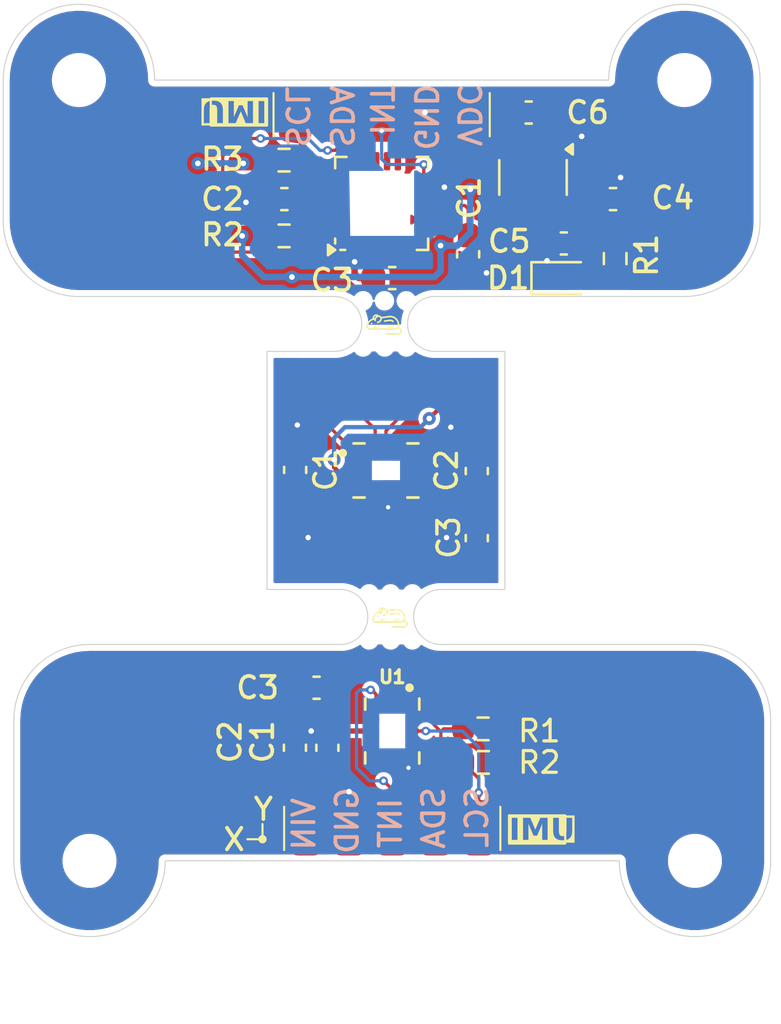
<source format=kicad_pcb>
(kicad_pcb (version 20240108) (generator "pcbnew") (generator_version "8.0")
  (layers (0 "F.Cu" signal) (31 "B.Cu" signal) (34 "B.Paste" user) (35 "F.Paste" user) (36 "B.SilkS" user "B.Silkscreen") (37 "F.SilkS" user "F.Silkscreen") (38 "B.Mask" user) (39 "F.Mask" user) (44 "Edge.Cuts" user))
  (net 0 "")
  (net 1 "+3.3V")
  (net 2 "GND")
  (net 3 "INT1")
  (net 4 "SPI_SCK")
  (net 5 "SPI_MOSI")
  (net 6 "SPI_MISO")
  (net 7 "unconnected-(U1-INT2{slash}FSYNC{slash}CLKIN-Pad9)")
  (net 11 "I2C3_SCL")
  (net 13 "I2C3_SDA")
  (net 16 "I2C3_IMU_INT")
  (net 17 "Net-(U1-REGOUT)")
  (net 18 "Net-(U1-CPOUT)")
  (net 19 "VDC")
  (net 20 "Net-(D1-A)")
  (footprint "ICM-42688-P:PQFN50P300X250X97-14N" (layer "F.Cu") (at 128.88 74.47)
    (property "Reference" "U1" (hide yes))
    (property "Value" "ICM-42688-P")
    (pad "1" smd roundrect (at -1.165 -0.75) (size 0.59 0.35) (layers "F.Cu" "F.Paste") (net 6 "SPI_MISO"))
    (pad "2" smd roundrect (at -1.165 -0.25) (size 0.59 0.35) (layers "F.Cu" "F.Paste"))
    (pad "3" smd roundrect (at -1.165 0.25) (size 0.59 0.35) (layers "F.Cu" "F.Paste"))
    (pad "4" smd roundrect (at -1.165 0.75) (size 0.59 0.35) (layers "F.Cu" "F.Paste") (net 3 "INT1"))
    (pad "5" smd roundrect (at -0.5 0.915) (size 0.35 0.59) (layers "F.Cu" "F.Paste") (net 1 "+3.3V"))
    (pad "6" smd roundrect (at 0 0.915) (size 0.35 0.59) (layers "F.Cu" "F.Paste") (net 2 "GND"))
    (pad "7" smd roundrect (at 0.5 0.915) (size 0.35 0.59) (layers "F.Cu" "F.Paste") (net 2 "GND"))
    (pad "8" smd roundrect (at 1.165 0.75) (size 0.59 0.35) (layers "F.Cu" "F.Paste") (net 1 "+3.3V"))
    (pad "9" smd roundrect (at 1.165 0.25) (size 0.59 0.35) (layers "F.Cu" "F.Paste") (net 7 "unconnected-(U1-INT2{slash}FSYNC{slash}CLKIN-Pad9)"))
    (pad "10" smd roundrect (at 1.165 -0.25) (size 0.59 0.35) (layers "F.Cu" "F.Paste"))
    (pad "11" smd roundrect (at 1.165 -0.75) (size 0.59 0.35) (layers "F.Cu" "F.Paste") (net 2 "GND"))
    (pad "12" smd roundrect (at 0.5 -0.915) (size 0.35 0.59) (layers "F.Cu" "F.Paste") (net 2 "GND"))
    (pad "13" smd roundrect (at 0 -0.915) (size 0.35 0.59) (layers "F.Cu" "F.Paste") (net 4 "SPI_SCK"))
    (pad "14" smd roundrect (at -0.5 -0.915) (size 0.35 0.59) (layers "F.Cu" "F.Paste") (net 5 "SPI_MOSI"))
  )
  (footprint "MountingHole:MountingHole_2.1mm" (layer "F.Cu") (at 143.17 92.51)
    (property "Reference" "REF**" (hide yes))
    (property "Value" "MountingHole_2.1mm" (hide yes))
    (pad "" np_thru_hole circle (at 0 0) (size 2.1 2.1) (drill 2.1) (layers "*.Cu" "*.Mask"))
  )
  (footprint "Capacitor_SMD:C_0603_1608Metric" (layer "F.Cu") (at 135.48 57.93)
    (property "Reference" "C6" (at 2.725 0 360) (layer "F.SilkS") (effects (font (thickness 0.17) (bold yes))))
    (property "Value" "10uF" (hide yes))
    (pad "1" smd roundrect (at -0.775 0) (size 0.9 0.95) (layers "F.Cu" "F.Paste" "F.Mask") (net 19 "VDC"))
    (pad "2" smd roundrect (at 0.775 0) (size 0.9 0.95) (layers "F.Cu" "F.Paste" "F.Mask") (net 2 "GND"))
  )
  (footprint "Resistor_SMD:R_0603_1608Metric_Pad0.98x0.95mm_HandSolder" (layer "F.Cu") (at 124.1675 63.63)
    (property "Reference" "R2" (at -2.85 -0.05 360) (layer "F.SilkS") (effects (font (thickness 0.17) (bold yes))))
    (property "Value" "4.7K" (hide yes))
    (pad "1" smd roundrect (at -0.9125 0) (size 0.975 0.95) (layers "F.Cu" "F.Paste" "F.Mask") (net 1 "+3.3V"))
    (pad "2" smd roundrect (at 0.9125 0) (size 0.975 0.95) (layers "F.Cu" "F.Paste" "F.Mask") (net 13 "I2C3_SDA"))
  )
  (footprint "Capacitor_SMD:C_0603_1608Metric_Pad1.08x0.95mm_HandSolder" (layer "F.Cu") (at 139.38 61.93)
    (property "Reference" "C4" (at 2.7625 -0.05 360) (layer "F.SilkS") (effects (font (thickness 0.17) (bold yes))))
    (property "Value" "100nF" (hide yes))
    (pad "1" smd roundrect (at -0.8625 0) (size 1.075 0.95) (layers "F.Cu" "F.Paste" "F.Mask") (net 1 "+3.3V"))
    (pad "2" smd roundrect (at 0.8625 0) (size 1.075 0.95) (layers "F.Cu" "F.Paste" "F.Mask") (net 2 "GND"))
  )
  (footprint "mouse-bite:mouse-bite-2.54mm-4.66mm" (layer "F.Cu") (at 129.1 81.24)
    (property "Reference" "mouse-bite-2.54mm-4.66mm" (hide yes))
    (property "Value" "VAL**" (hide yes))
    (fp_arc (start -2.33 -1.27) (mid -1.06 0) (end -2.33 1.27) (stroke (width 0.05)) (layer "Edge.Cuts"))
    (fp_arc (start 2.33 1.27) (mid 1.06 0) (end 2.33 -1.27) (stroke (width 0.05)) (layer "Edge.Cuts"))
    (pad "" np_thru_hole circle (at -1 -1.07) (size 0.5 0.5) (drill 0.5) (layers "*.Mask" "F.Cu" "In1.Cu" "In2.Cu" "B.Cu"))
    (pad "" np_thru_hole circle (at -1 1.06) (size 0.5 0.5) (drill 0.5) (layers "*.Mask" "F.Cu" "In1.Cu" "In2.Cu" "B.Cu"))
    (pad "" np_thru_hole circle (at -0.01 -1.07) (size 0.5 0.5) (drill 0.5) (layers "*.Mask" "F.Cu" "In1.Cu" "In2.Cu" "B.Cu"))
    (pad "" np_thru_hole circle (at 0 1.06) (size 0.5 0.5) (drill 0.5) (layers "*.Mask" "F.Cu" "In1.Cu" "In2.Cu" "B.Cu"))
    (pad "" np_thru_hole circle (at 1 -1.07) (size 0.5 0.5) (drill 0.5) (layers "*.Mask" "F.Cu" "In1.Cu" "In2.Cu" "B.Cu"))
    (pad "" np_thru_hole circle (at 1 1.06) (size 0.5 0.5) (drill 0.5) (layers "*.Mask" "F.Cu" "In1.Cu" "In2.Cu" "B.Cu"))
  )
  (footprint "Resistor_SMD:R_0603_1608Metric_Pad0.98x0.95mm_HandSolder" (layer "F.Cu") (at 133.3825 87.96 180)
    (property "Reference" "R2" (at -2.5875 0 0) (layer "F.SilkS"))
    (property "Value" "4.7K" (hide yes))
    (pad "1" smd roundrect (at -0.9125 0 180) (size 0.975 0.95) (layers "F.Cu" "F.Paste" "F.Mask") (net 1 "+3.3V"))
    (pad "2" smd roundrect (at 0.9125 0 180) (size 0.975 0.95) (layers "F.Cu" "F.Paste" "F.Mask") (net 11 "I2C3_SCL"))
  )
  (footprint "connector_Lib:conn_imu" (layer "F.Cu") (at 129.07 91.11)
    (property "Reference" "IMU_Conn1" (hide yes))
    (property "Value" "Conn_01x05" (hide yes))
    (pad "1" smd roundrect (at -3.9 -0.1 90) (size 2.5 1.5) (layers "F.Cu" "F.Paste" "F.Mask") (net 1 "+3.3V"))
    (pad "2" smd roundrect (at -1.9 -0.1 90) (size 2.5 1.5) (layers "F.Cu" "F.Paste" "F.Mask") (net 2 "GND"))
    (pad "3" smd roundrect (at 0.1 -0.1 90) (size 2.5 1.5) (layers "F.Cu" "F.Paste" "F.Mask") (net 16 "I2C3_IMU_INT"))
    (pad "4" smd roundrect (at 2.1 -0.1 90) (size 2.5 1.5) (layers "F.Cu" "F.Paste" "F.Mask") (net 13 "I2C3_SDA"))
    (pad "5" smd roundrect (at 4.1 -0.1 90) (size 2.5 1.5) (layers "F.Cu" "F.Paste" "F.Mask") (net 11 "I2C3_SCL"))
  )
  (footprint "Capacitor_SMD:C_0603_1608Metric_Pad1.08x0.95mm_HandSolder" (layer "F.Cu") (at 124.18 61.93 180)
    (property "Reference" "C2" (at 2.8625 0 360) (layer "F.SilkS") (effects (font (thickness 0.17) (bold yes))))
    (property "Value" "2200pF" (hide yes))
    (pad "1" smd roundrect (at -0.8625 0 180) (size 1.075 0.95) (layers "F.Cu" "F.Paste" "F.Mask") (net 18 "Net-(U1-CPOUT)"))
    (pad "2" smd roundrect (at 0.8625 0 180) (size 1.075 0.95) (layers "F.Cu" "F.Paste" "F.Mask") (net 2 "GND"))
  )
  (footprint "Package_TO_SOT_SMD:SOT-23-5" (layer "F.Cu") (at 135.68 60.93 -90)
    (property "Reference" "U2" (hide yes))
    (property "Value" "~" (hide yes))
    (pad "1" smd roundrect (at -1.1375 -0.95 270) (size 1.325 0.6) (layers "F.Cu" "F.Paste" "F.Mask") (net 19 "VDC"))
    (pad "2" smd roundrect (at -1.1375 0 270) (size 1.325 0.6) (layers "F.Cu" "F.Paste" "F.Mask") (net 2 "GND"))
    (pad "3" smd roundrect (at -1.1375 0.95 270) (size 1.325 0.6) (layers "F.Cu" "F.Paste" "F.Mask") (net 19 "VDC"))
    (pad "4" smd roundrect (at 1.1375 0.95 270) (size 1.325 0.6) (layers "F.Cu" "F.Paste" "F.Mask"))
    (pad "5" smd roundrect (at 1.1375 -0.95 270) (size 1.325 0.6) (layers "F.Cu" "F.Paste" "F.Mask") (net 1 "+3.3V"))
  )
  (footprint "Capacitor_SMD:C_0603_1608Metric" (layer "F.Cu") (at 125.67 84.51 180)
    (property "Reference" "C3" (at 2.725 0 0) (layer "F.SilkS") (effects (font (thickness 0.17) (bold yes))))
    (property "Value" "10nF" (hide yes))
    (pad "1" smd roundrect (at -0.775 0 180) (size 0.9 0.95) (layers "F.Cu" "F.Paste" "F.Mask") (net 1 "+3.3V"))
    (pad "2" smd roundrect (at 0.775 0 180) (size 0.9 0.95) (layers "F.Cu" "F.Paste" "F.Mask") (net 2 "GND"))
  )
  (footprint "Connector:2_cable_pad" (layer "F.Cu") (at 126.98 79.47)
    (property "Reference" "J2" (hide yes))
    (property "Value" "Conn_01x02")
    (pad "1" smd roundrect (at 0.8 -1.2 90) (size 2 1.5) (layers "F.Cu" "F.Paste" "F.Mask") (net 1 "+3.3V"))
    (pad "2" smd roundrect (at 3 -1.2 90) (size 2 1.5) (layers "F.Cu" "F.Paste" "F.Mask") (net 2 "GND"))
  )
  (footprint "ICM_Lib:PQFN50P300X250X97-14N" (layer "F.Cu") (at 129.17 86.51 -90)
    (property "Reference" "U1" (at -2.5 0 0) (layer "F.SilkS") (effects (font (size 0.6 0.6) (thickness 0.15) (bold yes))))
    (property "Value" "ICM-42688-P" (hide yes))
    (pad "1" smd roundrect (at -1.165 -0.75 270) (size 0.59 0.35) (layers "F.Cu" "F.Paste"))
    (pad "2" smd roundrect (at -1.165 -0.25 270) (size 0.59 0.35) (layers "F.Cu" "F.Paste"))
    (pad "3" smd roundrect (at -1.165 0.25 270) (size 0.59 0.35) (layers "F.Cu" "F.Paste"))
    (pad "4" smd roundrect (at -1.165 0.75 270) (size 0.59 0.35) (layers "F.Cu" "F.Paste") (net 16 "I2C3_IMU_INT"))
    (pad "5" smd roundrect (at -0.5 0.915 270) (size 0.35 0.59) (layers "F.Cu" "F.Paste") (net 1 "+3.3V"))
    (pad "6" smd roundrect (at 0 0.915 270) (size 0.35 0.59) (layers "F.Cu" "F.Paste") (net 2 "GND"))
    (pad "7" smd roundrect (at 0.5 0.915 270) (size 0.35 0.59) (layers "F.Cu" "F.Paste"))
    (pad "8" smd roundrect (at 1.165 0.75 270) (size 0.59 0.35) (layers "F.Cu" "F.Paste") (net 1 "+3.3V"))
    (pad "9" smd roundrect (at 1.165 0.25 270) (size 0.59 0.35) (layers "F.Cu" "F.Paste") (net 7 "unconnected-(U1-INT2{slash}FSYNC{slash}CLKIN-Pad9)"))
    (pad "10" smd roundrect (at 1.165 -0.25 270) (size 0.59 0.35) (layers "F.Cu" "F.Paste"))
    (pad "11" smd roundrect (at 1.165 -0.75 270) (size 0.59 0.35) (layers "F.Cu" "F.Paste") (net 2 "GND"))
    (pad "12" smd roundrect (at 0.5 -0.915 270) (size 0.35 0.59) (layers "F.Cu" "F.Paste"))
    (pad "13" smd roundrect (at 0 -0.915 270) (size 0.35 0.59) (layers "F.Cu" "F.Paste") (net 11 "I2C3_SCL"))
    (pad "14" smd roundrect (at -0.5 -0.915 270) (size 0.35 0.59) (layers "F.Cu" "F.Paste") (net 13 "I2C3_SDA"))
  )
  (footprint "Capacitor_SMD:C_0603_1608Metric" (layer "F.Cu") (at 124.68 74.445 -90)
    (property "Reference" "C1" (at 0 -1.4 -90) (layer "F.SilkS") (effects (font (thickness 0.16))))
    (property "Value" "2.2uF")
    (pad "1" smd roundrect (at -0.775 0 270) (size 0.9 0.95) (layers "F.Cu" "F.Paste" "F.Mask") (net 2 "GND"))
    (pad "2" smd roundrect (at 0.775 0 270) (size 0.9 0.95) (layers "F.Cu" "F.Paste" "F.Mask") (net 1 "+3.3V"))
  )
  (footprint "Capacitor_SMD:C_0603_1608Metric" (layer "F.Cu") (at 133.08 77.595 -90)
    (property "Reference" "C3" (at -0.025 1.3 90) (layer "F.SilkS") (effects (font (thickness 0.16))))
    (property "Value" "10nF")
    (pad "1" smd roundrect (at -0.775 0 270) (size 0.9 0.95) (layers "F.Cu" "F.Paste" "F.Mask") (net 1 "+3.3V"))
    (pad "2" smd roundrect (at 0.775 0 270) (size 0.9 0.95) (layers "F.Cu" "F.Paste" "F.Mask") (net 2 "GND"))
  )
  (footprint "Capacitor_SMD:C_0603_1608Metric_Pad1.08x0.95mm_HandSolder" (layer "F.Cu") (at 132.68 64.48 90)
    (property "Reference" "C1" (at 2.6 0.05 90) (layer "F.SilkS") (effects (font (thickness 0.17) (bold yes))))
    (property "Value" "100nF" (hide yes))
    (pad "1" smd roundrect (at -0.8625 0 90) (size 1.075 0.95) (layers "F.Cu" "F.Paste" "F.Mask") (net 2 "GND"))
    (pad "2" smd roundrect (at 0.8625 0 90) (size 1.075 0.95) (layers "F.Cu" "F.Paste" "F.Mask") (net 17 "Net-(U1-REGOUT)"))
  )
  (footprint "Capacitor_SMD:C_0603_1608Metric" (layer "F.Cu") (at 126.17 87.285 90)
    (property "Reference" "C1" (at 0.275 -3 90) (layer "F.SilkS") (effects (font (thickness 0.17) (bold yes))))
    (property "Value" "100nF" (hide yes))
    (pad "1" smd roundrect (at -0.775 0 90) (size 0.9 0.95) (layers "F.Cu" "F.Paste" "F.Mask") (net 1 "+3.3V"))
    (pad "2" smd roundrect (at 0.775 0 90) (size 0.9 0.95) (layers "F.Cu" "F.Paste" "F.Mask") (net 2 "GND"))
  )
  (footprint "Capacitor_SMD:C_0603_1608Metric" (layer "F.Cu") (at 137.105 63.98 180)
    (property "Reference" "C5" (at 2.525 0.1 360) (layer "F.SilkS") (effects (font (thickness 0.17) (bold yes))))
    (property "Value" "10uF" (hide yes))
    (pad "1" smd roundrect (at -0.775 0 180) (size 0.9 0.95) (layers "F.Cu" "F.Paste" "F.Mask") (net 1 "+3.3V"))
    (pad "2" smd roundrect (at 0.775 0 180) (size 0.9 0.95) (layers "F.Cu" "F.Paste" "F.Mask") (net 2 "GND"))
  )
  (footprint "Resistor_SMD:R_0603_1608Metric_Pad0.98x0.95mm_HandSolder" (layer "F.Cu") (at 133.37 86.41 180)
    (property "Reference" "R1" (at -2.6 -0.1 0) (layer "F.SilkS"))
    (property "Value" "4.7K" (hide yes))
    (pad "1" smd roundrect (at -0.9125 0 180) (size 0.975 0.95) (layers "F.Cu" "F.Paste" "F.Mask") (net 1 "+3.3V"))
    (pad "2" smd roundrect (at 0.9125 0 180) (size 0.975 0.95) (layers "F.Cu" "F.Paste" "F.Mask") (net 13 "I2C3_SDA"))
  )
  (footprint "MountingHole:MountingHole_2.1mm" (layer "F.Cu") (at 114.68 56.43 180)
    (property "Reference" "REF**" (hide yes))
    (property "Value" "MountingHole_2.1mm" (hide yes))
    (pad "" np_thru_hole circle (at 0 0 180) (size 2.1 2.1) (drill 2.1) (layers "*.Cu" "*.Mask"))
  )
  (footprint "MountingHole:MountingHole_2.1mm" (layer "F.Cu") (at 115.17 92.51)
    (property "Reference" "REF**" (hide yes))
    (property "Value" "MountingHole_2.1mm" (hide yes))
    (pad "" np_thru_hole circle (at 0 0) (size 2.1 2.1) (drill 2.1) (layers "*.Cu" "*.Mask"))
  )
  (footprint "Capacitor_SMD:C_0603_1608Metric" (layer "F.Cu") (at 133.08 74.495 90)
    (property "Reference" "C2" (at 0.025 -1.4 -90) (layer "F.SilkS") (effects (font (thickness 0.16))))
    (property "Value" "0.1uF")
    (pad "1" smd roundrect (at -0.775 0 90) (size 0.9 0.95) (layers "F.Cu" "F.Paste" "F.Mask") (net 1 "+3.3V"))
    (pad "2" smd roundrect (at 0.775 0 90) (size 0.9 0.95) (layers "F.Cu" "F.Paste" "F.Mask") (net 2 "GND"))
  )
  (footprint "MountingHole:MountingHole_2.1mm" (layer "F.Cu") (at 142.68 56.43 180)
    (property "Reference" "REF**" (hide yes))
    (property "Value" "MountingHole_2.1mm" (hide yes))
    (pad "" np_thru_hole circle (at 0 0 180) (size 2.1 2.1) (drill 2.1) (layers "*.Cu" "*.Mask"))
  )
  (footprint "Resistor_SMD:R_0603_1608Metric_Pad0.98x0.95mm_HandSolder" (layer "F.Cu") (at 124.1675 60.13)
    (property "Reference" "R3" (at -2.85 -0.05 360) (layer "F.SilkS") (effects (font (thickness 0.17) (bold yes))))
    (property "Value" "4.7K")
    (pad "1" smd roundrect (at -0.9125 0) (size 0.975 0.95) (layers "F.Cu" "F.Paste" "F.Mask") (net 1 "+3.3V"))
    (pad "2" smd roundrect (at 0.9125 0) (size 0.975 0.95) (layers "F.Cu" "F.Paste" "F.Mask") (net 11 "I2C3_SCL"))
  )
  (footprint "Capacitor_SMD:C_0603_1608Metric" (layer "F.Cu") (at 124.67 87.285 90)
    (property "Reference" "C2" (at 0.275 -3 90) (layer "F.SilkS") (effects (font (thickness 0.17) (bold yes))))
    (property "Value" "2.2uF" (hide yes))
    (pad "1" smd roundrect (at -0.775 0 90) (size 0.9 0.95) (layers "F.Cu" "F.Paste" "F.Mask") (net 1 "+3.3V"))
    (pad "2" smd roundrect (at 0.775 0 90) (size 0.9 0.95) (layers "F.Cu" "F.Paste" "F.Mask") (net 2 "GND"))
  )
  (footprint "Sensor_Motion:InvenSense_QFN-24_4x4mm_P0.5mm" (layer "F.Cu") (at 128.68 62.13 90)
    (property "Reference" "U1" (hide yes))
    (property "Value" "~" (hide yes))
    (pad "1" smd roundrect (at -1.95 -1.25 90) (size 0.85 0.3) (layers "F.Cu" "F.Paste" "F.Mask") (net 2 "GND"))
    (pad "2" smd roundrect (at -1.95 -0.75 90) (size 0.85 0.3) (layers "F.Cu" "F.Paste" "F.Mask"))
    (pad "3" smd roundrect (at -1.95 -0.25 90) (size 0.85 0.3) (layers "F.Cu" "F.Paste" "F.Mask"))
    (pad "4" smd roundrect (at -1.95 0.25 90) (size 0.85 0.3) (layers "F.Cu" "F.Paste" "F.Mask"))
    (pad "5" smd roundrect (at -1.95 0.75 90) (size 0.85 0.3) (layers "F.Cu" "F.Paste" "F.Mask"))
    (pad "6" smd roundrect (at -1.95 1.25 90) (size 0.85 0.3) (layers "F.Cu" "F.Paste" "F.Mask"))
    (pad "7" smd roundrect (at -1.25 1.95 180) (size 0.85 0.3) (layers "F.Cu" "F.Paste" "F.Mask"))
    (pad "8" smd roundrect (at -0.75 1.95 180) (size 0.85 0.3) (layers "F.Cu" "F.Paste" "F.Mask") (net 1 "+3.3V"))
    (pad "9" smd roundrect (at -0.25 1.95 180) (size 0.85 0.3) (layers "F.Cu" "F.Paste" "F.Mask"))
    (pad "10" smd roundrect (at 0.25 1.95 180) (size 0.85 0.3) (layers "F.Cu" "F.Paste" "F.Mask") (net 17 "Net-(U1-REGOUT)"))
    (pad "11" smd roundrect (at 0.75 1.95 180) (size 0.85 0.3) (layers "F.Cu" "F.Paste" "F.Mask") (net 2 "GND"))
    (pad "12" smd roundrect (at 1.25 1.95 180) (size 0.85 0.3) (layers "F.Cu" "F.Paste" "F.Mask") (net 16 "I2C3_IMU_INT"))
    (pad "13" smd roundrect (at 1.95 1.25 90) (size 0.85 0.3) (layers "F.Cu" "F.Paste" "F.Mask") (net 1 "+3.3V"))
    (pad "14" smd roundrect (at 1.95 0.75 90) (size 0.85 0.3) (layers "F.Cu" "F.Paste" "F.Mask"))
    (pad "15" smd roundrect (at 1.95 0.25 90) (size 0.85 0.3) (layers "F.Cu" "F.Paste" "F.Mask"))
    (pad "16" smd roundrect (at 1.95 -0.25 90) (size 0.85 0.3) (layers "F.Cu" "F.Paste" "F.Mask"))
    (pad "17" smd roundrect (at 1.95 -0.75 90) (size 0.85 0.3) (layers "F.Cu" "F.Paste" "F.Mask"))
    (pad "18" smd roundrect (at 1.95 -1.25 90) (size 0.85 0.3) (layers "F.Cu" "F.Paste" "F.Mask") (net 2 "GND"))
    (pad "19" smd roundrect (at 1.25 -1.95 180) (size 0.85 0.3) (layers "F.Cu" "F.Paste" "F.Mask"))
    (pad "20" smd roundrect (at 0.75 -1.95 180) (size 0.85 0.3) (layers "F.Cu" "F.Paste" "F.Mask") (net 18 "Net-(U1-CPOUT)"))
    (pad "21" smd roundrect (at 0.25 -1.95 180) (size 0.85 0.3) (layers "F.Cu" "F.Paste" "F.Mask"))
    (pad "22" smd roundrect (at -0.25 -1.95 180) (size 0.85 0.3) (layers "F.Cu" "F.Paste" "F.Mask"))
    (pad "23" smd roundrect (at -0.75 -1.95 180) (size 0.85 0.3) (layers "F.Cu" "F.Paste" "F.Mask") (net 11 "I2C3_SCL"))
    (pad "24" smd roundrect (at -1.25 -1.95 180) (size 0.85 0.3) (layers "F.Cu" "F.Paste" "F.Mask") (net 13 "I2C3_SDA"))
    (zone (net 0) (net_name "") (layer "F.Cu") (connect_pads (clearance 0)) (min_thickness 0.254)
      (keepout (tracks not_allowed) (vias not_allowed) (pads not_allowed) (copperpour not_allowed) (footprints allowed))
      (fill (thermal_gap 0.508) (thermal_bridge_width 0.508))
      (polygon (pts (xy 127.355 63.505) (xy 127.355 60.755) (xy 130.005 60.755) (xy 130.005 63.505)))
    )
  )
  (footprint "LED_SMD:LED_0603_1608Metric" (layer "F.Cu") (at 137.0925 65.58)
    (property "Reference" "D1" (at -2.5625 0 360) (layer "F.SilkS") (effects (font (thickness 0.17) (bold yes))))
    (property "Value" "LED" (hide yes))
    (pad "1" smd roundrect (at -0.7875 0) (size 0.875 0.95) (layers "F.Cu" "F.Paste" "F.Mask") (net 2 "GND"))
    (pad "2" smd roundrect (at 0.7875 0) (size 0.875 0.95) (layers "F.Cu" "F.Paste" "F.Mask") (net 20 "Net-(D1-A)"))
  )
  (footprint "Capacitor_SMD:C_0603_1608Metric_Pad1.08x0.95mm_HandSolder" (layer "F.Cu") (at 129.1675 65.58 180)
    (property "Reference" "C3" (at 2.7875 -0.1 360) (layer "F.SilkS") (effects (font (thickness 0.17) (bold yes))))
    (property "Value" "10nF" (hide yes))
    (pad "1" smd roundrect (at -0.8625 0 180) (size 1.075 0.95) (layers "F.Cu" "F.Paste" "F.Mask") (net 1 "+3.3V"))
    (pad "2" smd roundrect (at 0.8625 0 180) (size 1.075 0.95) (layers "F.Cu" "F.Paste" "F.Mask") (net 2 "GND"))
  )
  (footprint "Connector:4_cable_pad" (layer "F.Cu") (at 132.93 69.27 180)
    (property "Reference" "J1" (hide yes))
    (property "Value" "Conn_01x04")
    (pad "1" smd roundrect (at 0.8 -1.2 270) (size 2 1.5) (layers "F.Cu" "F.Paste" "F.Mask") (net 3 "INT1"))
    (pad "2" smd roundrect (at 3 -1.2 270) (size 2 1.5) (layers "F.Cu" "F.Paste" "F.Mask") (net 4 "SPI_SCK"))
    (pad "3" smd roundrect (at 5.2 -1.2 270) (size 2 1.5) (layers "F.Cu" "F.Paste" "F.Mask") (net 5 "SPI_MOSI"))
    (pad "4" smd roundrect (at 7.4 -1.2 270) (size 2 1.5) (layers "F.Cu" "F.Paste" "F.Mask") (net 6 "SPI_MISO"))
  )
  (footprint "Resistor_SMD:R_0603_1608Metric_Pad0.98x0.95mm_HandSolder" (layer "F.Cu") (at 139.48 64.68 -90)
    (property "Reference" "R1" (at -0.15 -1.45 90) (layer "F.SilkS") (effects (font (thickness 0.17) (bold yes))))
    (property "Value" "1K" (hide yes))
    (pad "1" smd roundrect (at -0.9125 0 270) (size 0.975 0.95) (layers "F.Cu" "F.Paste" "F.Mask") (net 1 "+3.3V"))
    (pad "2" smd roundrect (at 0.9125 0 270) (size 0.975 0.95) (layers "F.Cu" "F.Paste" "F.Mask") (net 20 "Net-(D1-A)"))
  )
  (footprint "mouse-bite:mouse-bite-2.54mm-4.66mm" (layer "F.Cu") (at 128.82 67.7)
    (property "Reference" "mouse-bite-2.54mm-4.66mm" (hide yes))
    (property "Value" "VAL**" (hide yes))
    (fp_arc (start -2.33 -1.27) (mid -1.06 0) (end -2.33 1.27) (stroke (width 0.05)) (layer "Edge.Cuts"))
    (fp_arc (start 2.33 1.27) (mid 1.06 0) (end 2.33 -1.27) (stroke (width 0.05)) (layer "Edge.Cuts"))
    (pad "" np_thru_hole circle (at -1 -1.07) (size 0.5 0.5) (drill 0.5) (layers "*.Mask" "F.Cu" "In1.Cu" "In2.Cu" "B.Cu"))
    (pad "" np_thru_hole circle (at -1 1.06) (size 0.5 0.5) (drill 0.5) (layers "*.Mask" "F.Cu" "In1.Cu" "In2.Cu" "B.Cu"))
    (pad "" np_thru_hole circle (at -0.01 -1.07) (size 0.5 0.5) (drill 0.5) (layers "*.Mask" "F.Cu" "In1.Cu" "In2.Cu" "B.Cu"))
    (pad "" np_thru_hole circle (at 0 1.06) (size 0.5 0.5) (drill 0.5) (layers "*.Mask" "F.Cu" "In1.Cu" "In2.Cu" "B.Cu"))
    (pad "" np_thru_hole circle (at 1 -1.07) (size 0.5 0.5) (drill 0.5) (layers "*.Mask" "F.Cu" "In1.Cu" "In2.Cu" "B.Cu"))
    (pad "" np_thru_hole circle (at 1 1.06) (size 0.5 0.5) (drill 0.5) (layers "*.Mask" "F.Cu" "In1.Cu" "In2.Cu" "B.Cu"))
  )
  (footprint "Connector_Lib:connector_gruz" (layer "F.Cu") (at 128.78 58.08 180)
    (property "Reference" "IMU_Conn1" (hide yes))
    (property "Value" "Conn_01x05" (hide yes))
    (pad "1" smd roundrect (at -3.9 0.05 270) (size 2.5 1.5) (layers "F.Cu" "F.Paste" "F.Mask") (net 19 "VDC"))
    (pad "2" smd roundrect (at -1.9 0.05 270) (size 2.5 1.5) (layers "F.Cu" "F.Paste" "F.Mask") (net 2 "GND"))
    (pad "3" smd roundrect (at 0.1 0.05 270) (size 2.5 1.5) (layers "F.Cu" "F.Paste" "F.Mask") (net 16 "I2C3_IMU_INT"))
    (pad "4" smd roundrect (at 2.1 0.05 270) (size 2.5 1.5) (layers "F.Cu" "F.Paste" "F.Mask") (net 13 "I2C3_SDA"))
    (pad "5" smd roundrect (at 4.1 0.05 270) (size 2.5 1.5) (layers "F.Cu" "F.Paste" "F.Mask") (net 11 "I2C3_SCL"))
  )
  (gr_line (start 123.17 91.51) (end 123.17 90.81) (stroke (width 0.1)) (layer "F.SilkS"))
  (gr_rect (start 134.57 90.41) (end 137.17 91.71) (stroke (width 0.1)) (fill none) (layer "F.SilkS"))
  (gr_rect (start 120.78 57.28) (end 123.38 58.53) (stroke (width 0.1)) (fill none) (layer "F.SilkS"))
  (gr_circle (center 123.17 91.51) (end 123.27 91.61) (stroke (width 0.1)) (fill none) (layer "F.SilkS"))
  (gr_line (start 122.47 91.51) (end 123.17 91.51) (stroke (width 0.1)) (layer "F.SilkS"))
  (gr_circle (center 123.17 91.51) (end 123.27 91.51) (stroke (width 0.1)) (fill none) (layer "F.SilkS"))
  (gr_line (start 111.18 56.43) (end 111.18 62.93) (stroke (width 0.05)) (layer "Edge.Cuts"))
  (gr_line (start 131.43 79.97) (end 134.38 79.97) (stroke (width 0.05)) (layer "Edge.Cuts"))
  (gr_arc (start 146.67 92.51) (mid 143.17 96.01) (end 139.67 92.51) (stroke (width 0.05)) (layer "Edge.Cuts"))
  (gr_line (start 123.38 79.97) (end 123.38 68.97) (stroke (width 0.05)) (layer "Edge.Cuts"))
  (gr_line (start 126.49 68.97) (end 123.38 68.97) (stroke (width 0.05)) (layer "Edge.Cuts"))
  (gr_line (start 146.18 56.43) (end 146.18 62.93) (stroke (width 0.05)) (layer "Edge.Cuts"))
  (gr_line (start 134.38 68.97) (end 134.38 79.97) (stroke (width 0.05)) (layer "Edge.Cuts"))
  (gr_arc (start 111.67 86.01) (mid 112.695126 83.535126) (end 115.17 82.51) (stroke (width 0.05)) (layer "Edge.Cuts"))
  (gr_arc (start 118.67 92.51) (mid 115.17 96.01) (end 111.67 92.51) (stroke (width 0.05)) (layer "Edge.Cuts"))
  (gr_line (start 126.77 82.51) (end 115.17 82.51) (stroke (width 0.05)) (layer "Edge.Cuts"))
  (gr_arc (start 143.17 82.51) (mid 145.644874 83.535126) (end 146.67 86.01) (stroke (width 0.05)) (layer "Edge.Cuts"))
  (gr_line (start 146.67 92.51) (end 146.67 86.01) (stroke (width 0.05)) (layer "Edge.Cuts"))
  (gr_line (start 131.15 66.43) (end 142.68 66.43) (stroke (width 0.05)) (layer "Edge.Cuts"))
  (gr_line (start 131.15 68.97) (end 134.38 68.97) (stroke (width 0.05)) (layer "Edge.Cuts"))
  (gr_arc (start 139.18 56.43) (mid 142.68 52.93) (end 146.18 56.43) (stroke (width 0.05)) (layer "Edge.Cuts"))
  (gr_line (start 118.18 56.43) (end 139.18 56.43) (stroke (width 0.05)) (layer "Edge.Cuts"))
  (gr_arc (start 114.68 66.43) (mid 112.205126 65.404874) (end 111.18 62.93) (stroke (width 0.05)) (layer "Edge.Cuts"))
  (gr_line (start 143.17 82.51) (end 131.43 82.51) (stroke (width 0.05)) (layer "Edge.Cuts"))
  (gr_arc (start 111.18 56.43) (mid 114.68 52.93) (end 118.18 56.43) (stroke (width 0.05)) (layer "Edge.Cuts"))
  (gr_line (start 114.68 66.43) (end 126.49 66.43) (stroke (width 0.05)) (layer "Edge.Cuts"))
  (gr_line (start 111.67 92.51) (end 111.67 86.01) (stroke (width 0.05)) (layer "Edge.Cuts"))
  (gr_line (start 139.67 92.51) (end 118.67 92.51) (stroke (width 0.05)) (layer "Edge.Cuts"))
  (gr_line (start 126.77 79.97) (end 123.38 79.97) (stroke (width 0.05)) (layer "Edge.Cuts"))
  (gr_arc (start 146.18 62.93) (mid 145.154874 65.404874) (end 142.68 66.43) (stroke (width 0.05)) (layer "Edge.Cuts"))
  (gr_text "SCL" (at 133.67 89.01 90) (layer "B.SilkS") (effects (font (size 1 1) (thickness 0.17) (bold yes)) (justify left bottom mirror)))
  (gr_text "GND" (at 127.67 89.01 90) (layer "B.SilkS") (effects (font (size 1 1) (thickness 0.17) (bold yes)) (justify left bottom mirror)))
  (gr_text "SDA" (at 126.23 59.63 -90) (layer "B.SilkS") (effects (font (size 1 1) (thickness 0.17) (bold yes)) (justify left bottom mirror)))
  (gr_text "SCL" (at 124.18 59.63 -90) (layer "B.SilkS") (effects (font (size 1 1) (thickness 0.17) (bold yes)) (justify left bottom mirror)))
  (gr_text "INT" (at 129.67 89.51 90) (layer "B.SilkS") (effects (font (size 1 1) (thickness 0.17) (bold yes)) (justify left bottom mirror)))
  (gr_text "SDA" (at 131.67 89.01 90) (layer "B.SilkS") (effects (font (size 1 1) (thickness 0.17) (bold yes)) (justify left bottom mirror)))
  (gr_text "INT" (at 128.08 59.08 -90) (layer "B.SilkS") (effects (font (size 1 1) (thickness 0.17) (bold yes)) (justify left bottom mirror)))
  (gr_text "VIN" (at 125.67 89.51 90) (layer "B.SilkS") (effects (font (size 1 1) (thickness 0.17) (bold yes)) (justify left bottom mirror)))
  (gr_text "GND" (at 130.13 59.78 -90) (layer "B.SilkS") (effects (font (size 1 1) (thickness 0.17) (bold yes)) (justify left bottom mirror)))
  (gr_text "VDC" (at 132.13 59.58 -90) (layer "B.SilkS") (effects (font (size 1 1) (thickness 0.17) (bold yes)) (justify left bottom mirror)))
  (gr_text "Y" (at 122.67 90.71 0) (layer "F.SilkS") (effects (font (size 1 1) (thickness 0.17) (bold yes)) (justify left bottom)))
  (gr_text "IMU" (at 123.38 57.23 180) (layer "F.SilkS" knockout) (effects (font (size 1 1) (thickness 0.2) (bold yes)) (justify left bottom)))
  (gr_text "X" (at 121.27 92.11 0) (layer "F.SilkS") (effects (font (size 1 1) (thickness 0.17) (bold yes)) (justify left bottom)))
  (gr_text "IMU" (at 134.57 91.71 0) (layer "F.SilkS" knockout) (effects (font (size 1 1) (thickness 0.17) (bold yes)) (justify left bottom)))
  (segment (start 128.005 76.57) (end 128.38 76.195) (width 0.15) (layer "F.Cu") (net 1))
  (segment (start 133.03 75.22) (end 133.08 75.27) (width 0.15) (layer "F.Cu") (net 1))
  (segment (start 128.005 78.545) (end 127.78 78.77) (width 0.15) (layer "F.Cu") (net 1))
  (segment (start 128.005 76.57) (end 128.005 78.545) (width 0.15) (layer "F.Cu") (net 1))
  (segment (start 126.655 75.22) (end 128.005 76.57) (width 0.15) (layer "F.Cu") (net 1))
  (segment (start 124.655 75.22) (end 126.655 75.22) (width 0.15) (layer "F.Cu") (net 1))
  (segment (start 131.405 64.08) (end 131.405 65.305) (width 0.3) (layer "F.Cu") (net 1))
  (segment (start 131.405 65.305) (end 131.13 65.58) (width 0.3) (layer "F.Cu") (net 1))
  (segment (start 131.13 65.58) (end 130.03 65.58) (width 0.3) (layer "F.Cu") (net 1))
  (segment (start 123.2675 60.28) (end 122.28 60.28) (width 0.3) (layer "F.Cu") (net 1))
  (segment (start 138.5175 61.93) (end 138.5175 63.3425) (width 0.5) (layer "F.Cu") (net 1))
  (segment (start 138.5175 63.3425) (end 137.88 63.98) (width 0.5) (layer "F.Cu") (net 1))
  (segment (start 129.48 76.57) (end 130.23 76.57) (width 0.3) (layer "F.Cu") (net 1))
  (segment (start 133.08 76.82) (end 133.08 75.27) (width 0.3) (layer "F.Cu") (net 1))
  (segment (start 136.7675 61.93) (end 136.63 62.0675) (width 0.5) (layer "F.Cu") (net 1))
  (segment (start 130.045 75.22) (end 133.03 75.22) (width 0.3) (layer "F.Cu") (net 1))
  (segment (start 131.405 63.12688) (end 131.405 64.08) (width 0.3) (layer "F.Cu") (net 1))
  (segment (start 127.78 78.27) (end 129.48 76.57) (width 0.3) (layer "F.Cu") (net 1))
  (segment (start 129.93 60.18) (end 129.93 59.73) (width 0.3) (layer "F.Cu") (net 1))
  (segment (start 138.9925 63.8175) (end 139.48 63.8175) (width 0.5) (layer "F.Cu") (net 1))
  (segment (start 129.98 59.68) (end 132.23 59.68) (width 0.3) (layer "F.Cu") (net 1))
  (segment (start 123.255 63.63) (end 122.23 63.63) (width 0.5) (layer "F.Cu") (net 1))
  (segment (start 130.23 76.57) (end 131.58 75.22) (width 0.3) (layer "F.Cu") (net 1))
  (segment (start 128.38 76.195) (end 128.38 75.385) (width 0.15) (layer "F.Cu") (net 1))
  (segment (start 131.15812 62.88) (end 131.405 63.12688) (width 0.3) (layer "F.Cu") (net 1))
  (segment (start 129.93 59.73) (end 129.98 59.68) (width 0.3) (layer "F.Cu") (net 1))
  (segment (start 132.23 59.68) (end 132.78 60.23) (width 0.3) (layer "F.Cu") (net 1))
  (segment (start 130.63 62.88) (end 131.15812 62.88) (width 0.3) (layer "F.Cu") (net 1))
  (segment (start 134.3575 86.46) (end 134.279252 86.538248) (width 0.15) (layer "F.Cu") (net 1))
  (segment (start 132.78 60.23) (end 132.78 61.48) (width 0.3) (layer "F.Cu") (net 1))
  (segment (start 138.5175 61.93) (end 136.7675 61.93) (width 0.5) (layer "F.Cu") (net 1))
  (segment (start 138.5175 63.3425) (end 138.9925 63.8175) (width 0.5) (layer "F.Cu") (net 1))
  (via (at 122.23 63.63) (size 0.6) (drill 0.26) (layers "F.Cu" "B.Cu") (net 1))
  (via (at 124.53 65.53) (size 0.6) (drill 0.26) (layers "F.Cu" "B.Cu") (net 1))
  (via (at 132.78 61.48) (size 0.6) (drill 0.26) (layers "F.Cu" "B.Cu") (net 1))
  (via (at 131.405 64.08) (size 0.6) (drill 0.26) (layers "F.Cu" "B.Cu") (net 1))
  (via (at 122.28 60.28) (size 0.6) (drill 0.26) (layers "F.Cu" "B.Cu") (net 1))
  (via (at 120.18 60.28) (size 0.6) (drill 0.26) (layers "F.Cu" "B.Cu") (net 1))
  (segment (start 132.18 64.08) (end 131.405 64.08) (width 0.3) (layer "B.Cu") (net 1))
  (segment (start 132.78 63.48) (end 132.18 64.08) (width 0.3) (layer "B.Cu") (net 1))
  (segment (start 131.405 64.08) (end 131.405 65.255) (width 0.3) (layer "B.Cu") (net 1))
  (segment (start 124.53 65.53) (end 123.23 65.53) (width 0.3) (layer "B.Cu") (net 1))
  (segment (start 123.23 65.53) (end 122.23 64.53) (width 0.3) (layer "B.Cu") (net 1))
  (segment (start 131.13 65.53) (end 124.53 65.53) (width 0.3) (layer "B.Cu") (net 1))
  (segment (start 131.405 65.255) (end 131.13 65.53) (width 0.3) (layer "B.Cu") (net 1))
  (segment (start 122.23 64.53) (end 122.23 63.63) (width 0.3) (layer "B.Cu") (net 1))
  (segment (start 132.78 61.48) (end 132.78 63.48) (width 0.3) (layer "B.Cu") (net 1))
  (segment (start 122.28 60.28) (end 120.18 60.28) (width 0.3) (layer "B.Cu") (net 1))
  (segment (start 137.93 58.28) (end 137.58 57.93) (width 0.5) (layer "F.Cu") (net 2))
  (segment (start 124.895 84.51) (end 124.895 85.185) (width 0.5) (layer "F.Cu") (net 2))
  (segment (start 136.33 65.555) (end 136.305 65.58) (width 0.5) (layer "F.Cu") (net 2))
  (segment (start 137.93 59.03) (end 137.93 58.28) (width 0.5) (layer "F.Cu") (net 2))
  (segment (start 124.67 85.41) (end 124.67 86.51) (width 0.5) (layer "F.Cu") (net 2))
  (segment (start 129.92 87.675) (end 129.92 88.21) (width 0.25) (layer "F.Cu") (net 2))
  (segment (start 125.42 86.51) (end 126.17 86.51) (width 0.5) (layer "F.Cu") (net 2))
  (segment (start 125.297526 61.18) (end 124.362475 61.18) (width 0.15) (layer "F.Cu") (net 2))
  (segment (start 123.3175 61.93) (end 122.555 61.93) (width 0.3) (layer "F.Cu") (net 2))
  (segment (start 135.68 58.505) (end 136.255 57.93) (width 0.5) (layer "F.Cu") (net 2))
  (segment (start 130.63 61.38) (end 131.58 61.38) (width 0.3) (layer "F.Cu") (net 2))
  (segment (start 126.297526 60.18) (end 125.297526 61.18) (width 0.15) (layer "F.Cu") (net 2))
  (segment (start 135.68 59.7925) (end 135.68 58.505) (width 0.5) (layer "F.Cu") (net 2))
  (segment (start 122.555 61.93) (end 122.405 62.08) (width 0.3) (layer "F.Cu") (net 2))
  (segment (start 136.33 63.98) (end 136.33 64.78) (width 0.5) (layer "F.Cu") (net 2))
  (segment (start 127.43 60.18) (end 126.297526 60.18) (width 0.15) (layer "F.Cu") (net 2))
  (segment (start 124.67 86.51) (end 125.42 86.51) (width 0.5) (layer "F.Cu") (net 2))
  (segment (start 127.17 91.01) (end 127.17 89.31) (width 0.5) (layer "F.Cu") (net 2))
  (segment (start 124.895 85.185) (end 124.67 85.41) (width 0.5) (layer "F.Cu") (net 2))
  (segment (start 132.68 65.3425) (end 133.53 65.3425) (width 0.5) (layer "F.Cu") (net 2))
  (segment (start 123.8175 61.43) (end 123.3175 61.93) (width 0.15) (layer "F.Cu") (net 2))
  (segment (start 137.58 57.93) (end 136.255 57.93) (width 0.5) (layer "F.Cu") (net 2))
  (segment (start 127.43 65.38) (end 127.63 65.58) (width 0.3) (layer "F.Cu") (net 2))
  (segment (start 140.2425 61.93) (end 140.2425 61.1925) (width 0.5) (layer "F.Cu") (net 2))
  (segment (start 134.43 65.58) (end 136.305 65.58) (width 0.5) (layer "F.Cu") (net 2))
  (segment (start 127.63 65.58) (end 128.305 65.58) (width 0.3) (layer "F.Cu") (net 2))
  (segment (start 139.98 60.93) (end 139.73 60.93) (width 0.5) (layer "F.Cu") (net 2))
  (segment (start 124.362475 61.18) (end 124.112475 61.43) (width 0.15) (layer "F.Cu") (net 2))
  (segment (start 134.1925 65.3425) (end 134.43 65.58) (width 0.5) (layer "F.Cu") (net 2))
  (segment (start 128.255 86.51) (end 126.17 86.51) (width 0.25) (layer "F.Cu") (net 2))
  (segment (start 136.33 64.78) (end 136.33 65.555) (width 0.5) (layer "F.Cu") (net 2))
  (segment (start 140.2425 61.1925) (end 139.98 60.93) (width 0.5) (layer "F.Cu") (net 2))
  (segment (start 127.43 64.83) (end 127.43 65.38) (width 0.3) (layer "F.Cu") (net 2))
  (segment (start 124.112475 61.43) (end 123.8175 61.43) (width 0.15) (layer "F.Cu") (net 2))
  (segment (start 127.43 64.08) (end 127.43 64.83) (width 0.3) (layer "F.Cu") (net 2))
  (segment (start 133.53 65.3425) (end 134.1925 65.3425) (width 0.5) (layer "F.Cu") (net 2))
  (via (at 122.405 62.08) (size 0.6) (drill 0.26) (layers "F.Cu" "B.Cu") (net 2))
  (via (at 131.58 61.38) (size 0.6) (drill 0.26) (layers "F.Cu" "B.Cu") (net 2))
  (via (at 125.28 77.57) (size 0.55) (drill 0.25) (layers "F.Cu" "B.Cu") (net 2))
  (via (at 129.92 88.21) (size 0.4) (drill 0.2) (layers "F.Cu" "B.Cu") (net 2))
  (via (at 139.73 60.93) (size 0.6) (drill 0.26) (layers "F.Cu" "B.Cu") (net 2))
  (via (at 131.88 72.47) (size 0.55) (drill 0.25) (layers "F.Cu" "B.Cu") (net 2))
  (via (at 127.43 64.83) (size 0.6) (drill 0.26) (layers "F.Cu" "B.Cu") (net 2))
  (via (at 125.42 86.51) (size 0.6) (drill 0.26) (layers "F.Cu" "B.Cu") (net 2))
  (via (at 127.17 89.31) (size 0.6) (drill 0.26) (layers "F.Cu" "B.Cu") (net 2))
  (via (at 128.98 76.17) (size 0.4) (drill 0.2) (layers "F.Cu" "B.Cu") (net 2))
  (via (at 136.33 64.78) (size 0.6) (drill 0.26) (layers "F.Cu" "B.Cu") (net 2))
  (via (at 131.68 77.57) (size 0.55) (drill 0.25) (layers "F.Cu" "B.Cu") (net 2))
  (via (at 137.93 59.03) (size 0.6) (drill 0.26) (layers "F.Cu" "B.Cu") (net 2))
  (via (at 133.53 65.3425) (size 0.6) (drill 0.26) (layers "F.Cu" "B.Cu") (net 2))
  (via (at 130.68 57.93) (size 0.6) (drill 0.26) (layers "F.Cu" "B.Cu") (net 2))
  (via (at 124.78 72.37) (size 0.55) (drill 0.25) (layers "F.Cu" "B.Cu") (net 2))
  (segment (start 132.13 70.82) (end 132.13 70.47) (width 0.2) (layer "F.Cu") (net 3))
  (segment (start 127.715 75.22) (end 127.369568 75.22) (width 0.2) (layer "F.Cu") (net 3))
  (segment (start 127.369568 75.22) (end 126.48 74.330432) (width 0.2) (layer "F.Cu") (net 3))
  (segment (start 126.48 74.330432) (end 126.48 73.97) (width 0.2) (layer "F.Cu") (net 3))
  (segment (start 132.13 70.42) (end 132.13 70.195) (width 0.15) (layer "F.Cu") (net 3))
  (segment (start 130.88 72.07) (end 132.13 70.82) (width 0.2) (layer "F.Cu") (net 3))
  (via (at 130.88 72.07) (size 0.6) (drill 0.26) (layers "F.Cu" "B.Cu") (net 3))
  (via (at 126.48 73.97) (size 0.6) (drill 0.26) (layers "F.Cu" "B.Cu") (net 3))
  (segment (start 130.48 72.47) (end 130.88 72.07) (width 0.2) (layer "B.Cu") (net 3))
  (segment (start 126.48 73.97) (end 126.48 72.97) (width 0.2) (layer "B.Cu") (net 3))
  (segment (start 126.98 72.47) (end 130.48 72.47) (width 0.2) (layer "B.Cu") (net 3))
  (segment (start 126.48 72.97) (end 126.88 72.57) (width 0.2) (layer "B.Cu") (net 3))
  (segment (start 126.88 72.57) (end 126.98 72.47) (width 0.2) (layer "B.Cu") (net 3))
  (segment (start 128.88 73.555) (end 128.88 72.644924) (width 0.15) (layer "F.Cu") (net 4))
  (segment (start 128.88 72.644924) (end 129.93 71.594924) (width 0.15) (layer "F.Cu") (net 4))
  (segment (start 129.93 71.594924) (end 129.93 70.195) (width 0.15) (layer "F.Cu") (net 4))
  (segment (start 127.73 71.92) (end 127.73 70.195) (width 0.15) (layer "F.Cu") (net 5))
  (segment (start 128.38 72.57) (end 127.73 71.92) (width 0.15) (layer "F.Cu") (net 5))
  (segment (start 128.38 73.555) (end 128.38 72.57) (width 0.15) (layer "F.Cu") (net 5))
  (segment (start 127.715 73.72) (end 127.53 73.72) (width 0.15) (layer "F.Cu") (net 6))
  (segment (start 127.53 73.72) (end 125.53 71.72) (width 0.15) (layer "F.Cu") (net 6))
  (segment (start 125.53 71.72) (end 125.53 70.195) (width 0.15) (layer "F.Cu") (net 6))
  (segment (start 129.995 74.77) (end 129.945 74.72) (width 0.15) (layer "F.Cu") (net 7))
  (segment (start 121.68 61.28) (end 122.08 60.88) (width 0.15) (layer "F.Cu") (net 11))
  (segment (start 133.17 91.01) (end 133.17 89.36) (width 0.15) (layer "F.Cu") (net 11))
  (segment (start 122.08 60.88) (end 124.1675 60.88) (width 0.15) (layer "F.Cu") (net 11))
  (segment (start 124.1675 60.88) (end 124.93 60.1175) (width 0.15) (layer "F.Cu") (net 11))
  (segment (start 121.68 62.58) (end 121.68 61.28) (width 0.15) (layer "F.Cu") (net 11))
  (segment (start 130.085 86.51) (end 130.72 86.51) (width 0.15) (layer "F.Cu") (net 11))
  (segment (start 132.445 87.985) (end 132.445 87.96) (width 0.15) (layer "F.Cu") (net 11))
  (segment (start 124.93 58.18) (end 124.68 57.93) (width 0.15) (layer "F.Cu") (net 11))
  (segment (start 121.98 62.88) (end 121.68 62.58) (width 0.15) (layer "F.Cu") (net 11))
  (segment (start 124.93 60.1175) (end 124.93 58.18) (width 0.15) (layer "F.Cu") (net 11))
  (segment (start 126.73 62.88) (end 121.98 62.88) (width 0.15) (layer "F.Cu") (net 11))
  (segment (start 133.17 89.36) (end 133.17 88.71) (width 0.15) (layer "F.Cu") (net 11))
  (segment (start 133.17 88.71) (end 132.445 87.985) (width 0.15) (layer "F.Cu") (net 11))
  (via (at 130.72 86.51) (size 0.4) (drill 0.2) (layers "F.Cu" "B.Cu") (net 11))
  (via (at 133.17 89.36) (size 0.4) (drill 0.2) (layers "F.Cu" "B.Cu") (net 11))
  (segment (start 133.17 89.36) (end 133.17 87.26) (width 0.15) (layer "B.Cu") (net 11))
  (segment (start 133.17 87.26) (end 132.42 86.51) (width 0.15) (layer "B.Cu") (net 11))
  (segment (start 132.42 86.51) (end 130.72 86.51) (width 0.15) (layer "B.Cu") (net 11))
  (segment (start 131.42 89.01) (end 131.17 89.26) (width 0.15) (layer "F.Cu") (net 13))
  (segment (start 121.33 59.93) (end 122.13 59.13) (width 0.15) (layer "F.Cu") (net 13))
  (segment (start 130.085 86.01) (end 130.891752 86.01) (width 0.15) (layer "F.Cu") (net 13))
  (segment (start 121.33 63.88) (end 121.33 59.93) (width 0.15) (layer "F.Cu") (net 13))
  (segment (start 125.33 63.38) (end 125.08 63.63) (width 0.15) (layer "F.Cu") (net 13))
  (segment (start 124.33 64.38) (end 121.83 64.38) (width 0.15) (layer "F.Cu") (net 13))
  (segment (start 131.17 89.26) (end 131.17 91.01) (width 0.15) (layer "F.Cu") (net 13))
  (segment (start 130.891752 86.01) (end 131.42 86.538248) (width 0.15) (layer "F.Cu") (net 13))
  (segment (start 131.548248 86.41) (end 131.42 86.538248) (width 0.15) (layer "F.Cu") (net 13))
  (segment (start 126.53 59.68) (end 126.68 59.53) (width 0.15) (layer "F.Cu") (net 13))
  (segment (start 126.68 59.53) (end 126.68 57.93) (width 0.15) (layer "F.Cu") (net 13))
  (segment (start 121.83 64.38) (end 121.33 63.88) (width 0.15) (layer "F.Cu") (net 13))
  (segment (start 126.73 63.38) (end 125.33 63.38) (width 0.15) (layer "F.Cu") (net 13))
  (segment (start 132.4575 86.41) (end 131.548248 86.41) (width 0.15) (layer "F.Cu") (net 13))
  (segment (start 122.13 59.13) (end 123.08 59.13) (width 0.15) (layer "F.Cu") (net 13))
  (segment (start 125.08 63.63) (end 124.33 64.38) (width 0.15) (layer "F.Cu") (net 13))
  (segment (start 126.18 59.68) (end 126.53 59.68) (width 0.15) (layer "F.Cu") (net 13))
  (segment (start 131.42 86.538248) (end 131.42 89.01) (width 0.15) (layer "F.Cu") (net 13))
  (via (at 123.08 59.13) (size 0.4) (drill 0.2) (layers "F.Cu" "B.Cu") (net 13))
  (via (at 126.18 59.68) (size 0.4) (drill 0.2) (layers "F.Cu" "B.Cu") (net 13))
  (segment (start 125.83 59.68) (end 126.18 59.68) (width 0.15) (layer "B.Cu") (net 13))
  (segment (start 123.08 59.13) (end 125.28 59.13) (width 0.15) (layer "B.Cu") (net 13))
  (segment (start 125.28 59.13) (end 125.83 59.68) (width 0.15) (layer "B.Cu") (net 13))
  (segment (start 128.68 58.78) (end 128.68 57.93) (width 0.15) (layer "F.Cu") (net 16))
  (segment (start 128.42 84.81) (end 128.22 84.61) (width 0.15) (layer "F.Cu") (net 16))
  (segment (start 128.42 85.345) (end 128.42 84.81) (width 0.15) (layer "F.Cu") (net 16))
  (segment (start 130.63 60.88) (end 130.63 60.33) (width 0.15) (layer "F.Cu") (net 16))
  (segment (start 128.77 88.81) (end 129.17 89.21) (width 0.15) (layer "F.Cu") (net 16))
  (segment (start 129.17 89.21) (end 129.17 91.01) (width 0.15) (layer "F.Cu") (net 16))
  (via (at 128.77 88.81) (size 0.4) (drill 0.2) (layers "F.Cu" "B.Cu") (net 16))
  (via (at 130.63 60.33) (size 0.4) (drill 0.2) (layers "F.Cu" "B.Cu") (net 16))
  (via (at 128.17 84.61) (size 0.4) (drill 0.2) (layers "F.Cu" "B.Cu") (net 16))
  (via (at 128.68 58.78) (size 0.4) (drill 0.2) (layers "F.Cu" "B.Cu") (net 16))
  (segment (start 128.17 84.61) (end 128.22 84.61) (width 0.15) (layer "B.Cu") (net 16))
  (segment (start 130.63 60.33) (end 128.93 60.33) (width 0.15) (layer "B.Cu") (net 16))
  (segment (start 127.52 88.21) (end 127.52 84.76) (width 0.15) (layer "B.Cu") (net 16))
  (segment (start 127.52 84.76) (end 127.67 84.61) (width 0.15) (layer "B.Cu") (net 16))
  (segment (start 128.12 88.81) (end 127.52 88.21) (width 0.15) (layer "B.Cu") (net 16))
  (segment (start 127.67 84.61) (end 128.17 84.61) (width 0.15) (layer "B.Cu") (net 16))
  (segment (start 128.93 60.33) (end 128.68 60.08) (width 0.15) (layer "B.Cu") (net 16))
  (segment (start 128.77 88.81) (end 128.12 88.81) (width 0.15) (layer "B.Cu") (net 16))
  (segment (start 128.68 60.08) (end 128.68 58.78) (width 0.15) (layer "B.Cu") (net 16))
  (segment (start 130.63 61.88) (end 131.266827 61.88) (width 0.15) (layer "F.Cu") (net 17))
  (segment (start 131.616827 62.23) (end 132.53 62.23) (width 0.15) (layer "F.Cu") (net 17))
  (segment (start 132.68 62.38) (end 132.68 63.6175) (width 0.15) (layer "F.Cu") (net 17))
  (segment (start 131.266827 61.88) (end 131.616827 62.23) (width 0.15) (layer "F.Cu") (net 17))
  (segment (start 132.53 62.23) (end 132.68 62.38) (width 0.15) (layer "F.Cu") (net 17))
  (segment (start 126.73 61.38) (end 125.5925 61.38) (width 0.15) (layer "F.Cu") (net 18))
  (segment (start 125.5925 61.38) (end 125.0425 61.93) (width 0.15) (layer "F.Cu") (net 18))
  (segment (start 134.705 59.7675) (end 134.73 59.7925) (width 0.5) (layer "F.Cu") (net 19))
  (segment (start 132.68 57.93) (end 134.705 57.93) (width 0.5) (layer "F.Cu") (net 19))
  (segment (start 135.38 61.03) (end 135.957684 61.03) (width 0.5) (layer "F.Cu") (net 19))
  (segment (start 134.73 60.38) (end 135.38 61.03) (width 0.5) (layer "F.Cu") (net 19))
  (segment (start 134.73 59.7925) (end 134.73 60.38) (width 0.5) (layer "F.Cu") (net 19))
  (segment (start 134.705 57.93) (end 134.705 59.7675) (width 0.5) (layer "F.Cu") (net 19))
  (segment (start 135.957684 61.03) (end 136.63 60.357684) (width 0.5) (layer "F.Cu") (net 19))
  (segment (start 136.63 60.357684) (end 136.63 59.7925) (width 0.5) (layer "F.Cu") (net 19))
  (segment (start 137.9425 65.6425) (end 137.88 65.58) (width 0.5) (layer "F.Cu") (net 20))
  (segment (start 139.48 65.6425) (end 137.9425 65.6425) (width 0.5) (layer "F.Cu") (net 20))
  (zone (net 1) (net_name "+3.3V") (layer "F.Cu") (priority 1) (connect_pads yes (clearance 0.1)) (min_thickness 0.1) (fill yes (thermal_gap 0.1) (thermal_bridge_width 0.1))
    (polygon (pts (xy 147.17 82.51) (xy 111.67 82.51) (xy 111.67 96.01) (xy 147.17 96.51)))
  )
  (zone (net 1) (net_name "+3.3V") (layer "F.Cu") (connect_pads yes (clearance 0.1)) (min_thickness 0.1) (fill yes (thermal_gap 0.1) (thermal_bridge_width 0.1))
    (polygon (pts (xy 111.03 67.73) (xy 111.03 52.73) (xy 147.03 52.73) (xy 147.03 67.73)))
  )
  (zone (net 2) (net_name "GND") (layers "F&B.Cu") (connect_pads yes (clearance 0.1)) (min_thickness 0.1) (fill yes (thermal_gap 0.1) (thermal_bridge_width 0.1))
    (polygon (pts (xy 123.38 68.97) (xy 134.38 68.97) (xy 134.38 79.97) (xy 123.38 79.97)))
  )
  (zone (net 0) (net_name "") (layers "F&B.Cu") (connect_pads yes (clearance 0)) (min_thickness 0.1)
    (keepout (tracks not_allowed) (vias not_allowed) (pads not_allowed) (copperpour not_allowed) (footprints allowed))
    (fill (thermal_gap 0.1) (thermal_bridge_width 0.1))
    (polygon (pts (xy 128.57 85.71) (xy 129.77 85.71) (xy 129.77 87.31) (xy 128.57 87.31)))
  )
  (zone (net 0) (net_name "") (layers "F&B.Cu" "User.4") (connect_pads (clearance 0)) (min_thickness 0.25)
    (keepout (tracks not_allowed) (vias not_allowed) (pads not_allowed) (copperpour not_allowed) (footprints allowed))
    (fill (thermal_gap 0.5) (thermal_bridge_width 0.5))
    (polygon (pts (xy 128.23 74.02) (xy 129.53 74.02) (xy 129.53 74.92) (xy 128.23 74.92)))
  )
  (zone (net 2) (net_name "GND") (layer "B.Cu") (priority 1) (connect_pads yes (clearance 0.1)) (min_thickness 0.1) (fill yes (thermal_gap 0.1) (thermal_bridge_width 0.1))
    (polygon (pts (xy 123.38 68.97) (xy 134.38 68.97) (xy 134.38 79.97) (xy 123.38 79.97)))
  )
  (zone (net 0) (net_name "") (layer "B.Cu") (name "no copper ") (connect_pads yes (clearance 0)) (min_thickness 0.1)
    (keepout (tracks not_allowed) (vias not_allowed) (pads not_allowed) (copperpour not_allowed) (footprints not_allowed))
    (fill (thermal_gap 0.1) (thermal_bridge_width 0.1))
    (polygon (pts (xy 130.18 63.63) (xy 127.23 63.63) (xy 127.18 60.63) (xy 130.18 60.63)))
  )
  (zone (net 2) (net_name "GND") (layer "B.Cu") (connect_pads yes (clearance 0.1)) (min_thickness 0.1) (fill yes (thermal_gap 0.1) (thermal_bridge_width 0.1))
    (polygon (pts (xy 147.17 82.51) (xy 111.67 82.51) (xy 111.67 96.01) (xy 147.17 96.51)))
  )
  (zone (net 2) (net_name "GND") (layer "B.Cu") (priority 1) (connect_pads yes (clearance 0.1)) (min_thickness 0.1) (fill yes (thermal_gap 0.1) (thermal_bridge_width 0.1))
    (polygon (pts (xy 147.03 67.73) (xy 111.03 67.73) (xy 111.03 52.73) (xy 147.03 52.73)))
  )
)
</source>
